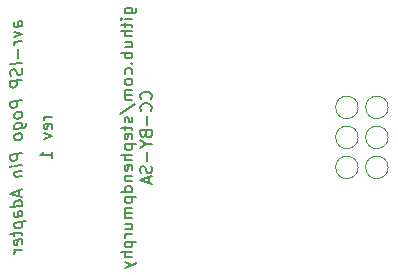
<source format=gbr>
%TF.GenerationSoftware,KiCad,Pcbnew,5.1.6-c6e7f7d~87~ubuntu18.04.1*%
%TF.CreationDate,2020-10-02T11:27:22-04:00*%
%TF.ProjectId,avrisp-pogopin-adapter,61767269-7370-42d7-906f-676f70696e2d,rev?*%
%TF.SameCoordinates,Original*%
%TF.FileFunction,Legend,Bot*%
%TF.FilePolarity,Positive*%
%FSLAX46Y46*%
G04 Gerber Fmt 4.6, Leading zero omitted, Abs format (unit mm)*
G04 Created by KiCad (PCBNEW 5.1.6-c6e7f7d~87~ubuntu18.04.1) date 2020-10-02 11:27:22*
%MOMM*%
%LPD*%
G01*
G04 APERTURE LIST*
%ADD10C,0.150000*%
%ADD11C,0.120000*%
G04 APERTURE END LIST*
D10*
X122372380Y-79541904D02*
X121705714Y-79541904D01*
X121896190Y-79541904D02*
X121800952Y-79589523D01*
X121753333Y-79637142D01*
X121705714Y-79732380D01*
X121705714Y-79827619D01*
X122324761Y-80541904D02*
X122372380Y-80446666D01*
X122372380Y-80256190D01*
X122324761Y-80160952D01*
X122229523Y-80113333D01*
X121848571Y-80113333D01*
X121753333Y-80160952D01*
X121705714Y-80256190D01*
X121705714Y-80446666D01*
X121753333Y-80541904D01*
X121848571Y-80589523D01*
X121943809Y-80589523D01*
X122039047Y-80113333D01*
X121705714Y-80922857D02*
X122372380Y-81160952D01*
X121705714Y-81399047D01*
X122372380Y-83065714D02*
X122372380Y-82494285D01*
X122372380Y-82780000D02*
X121372380Y-82780000D01*
X121515238Y-82684761D01*
X121610476Y-82589523D01*
X121658095Y-82494285D01*
X119832380Y-71870491D02*
X119308571Y-71935967D01*
X119213333Y-71900252D01*
X119165714Y-71810967D01*
X119165714Y-71620491D01*
X119213333Y-71519300D01*
X119784761Y-71876443D02*
X119832380Y-71775252D01*
X119832380Y-71537157D01*
X119784761Y-71447872D01*
X119689523Y-71412157D01*
X119594285Y-71424062D01*
X119499047Y-71483586D01*
X119451428Y-71584776D01*
X119451428Y-71822872D01*
X119403809Y-71924062D01*
X119165714Y-72334776D02*
X119832380Y-72489538D01*
X119165714Y-72810967D01*
X119832380Y-73108586D02*
X119165714Y-73191919D01*
X119356190Y-73168110D02*
X119260952Y-73227633D01*
X119213333Y-73281205D01*
X119165714Y-73382395D01*
X119165714Y-73477633D01*
X119451428Y-73775252D02*
X119451428Y-74537157D01*
X119832380Y-74965729D02*
X118832380Y-75090729D01*
X119784761Y-75400252D02*
X119832380Y-75537157D01*
X119832380Y-75775252D01*
X119784761Y-75876443D01*
X119737142Y-75930014D01*
X119641904Y-75989538D01*
X119546666Y-76001443D01*
X119451428Y-75965729D01*
X119403809Y-75924062D01*
X119356190Y-75834776D01*
X119308571Y-75650252D01*
X119260952Y-75560967D01*
X119213333Y-75519300D01*
X119118095Y-75483586D01*
X119022857Y-75495491D01*
X118927619Y-75555014D01*
X118880000Y-75608586D01*
X118832380Y-75709776D01*
X118832380Y-75947872D01*
X118880000Y-76084776D01*
X119832380Y-76394300D02*
X118832380Y-76519300D01*
X118832380Y-76900252D01*
X118880000Y-76989538D01*
X118927619Y-77031205D01*
X119022857Y-77066919D01*
X119165714Y-77049062D01*
X119260952Y-76989538D01*
X119308571Y-76935967D01*
X119356190Y-76834776D01*
X119356190Y-76453824D01*
X119832380Y-78156205D02*
X118832380Y-78281205D01*
X118832380Y-78662157D01*
X118880000Y-78751443D01*
X118927619Y-78793110D01*
X119022857Y-78828824D01*
X119165714Y-78810967D01*
X119260952Y-78751443D01*
X119308571Y-78697872D01*
X119356190Y-78596681D01*
X119356190Y-78215729D01*
X119832380Y-79299062D02*
X119784761Y-79209776D01*
X119737142Y-79168110D01*
X119641904Y-79132395D01*
X119356190Y-79168110D01*
X119260952Y-79227633D01*
X119213333Y-79281205D01*
X119165714Y-79382395D01*
X119165714Y-79525252D01*
X119213333Y-79614538D01*
X119260952Y-79656205D01*
X119356190Y-79691919D01*
X119641904Y-79656205D01*
X119737142Y-79596681D01*
X119784761Y-79543110D01*
X119832380Y-79441919D01*
X119832380Y-79299062D01*
X119165714Y-80572872D02*
X119975238Y-80471681D01*
X120070476Y-80412157D01*
X120118095Y-80358586D01*
X120165714Y-80257395D01*
X120165714Y-80114538D01*
X120118095Y-80025252D01*
X119784761Y-80495491D02*
X119832380Y-80394300D01*
X119832380Y-80203824D01*
X119784761Y-80114538D01*
X119737142Y-80072872D01*
X119641904Y-80037157D01*
X119356190Y-80072872D01*
X119260952Y-80132395D01*
X119213333Y-80185967D01*
X119165714Y-80287157D01*
X119165714Y-80477633D01*
X119213333Y-80566919D01*
X119832380Y-81108586D02*
X119784761Y-81019300D01*
X119737142Y-80977633D01*
X119641904Y-80941919D01*
X119356190Y-80977633D01*
X119260952Y-81037157D01*
X119213333Y-81090729D01*
X119165714Y-81191919D01*
X119165714Y-81334776D01*
X119213333Y-81424062D01*
X119260952Y-81465729D01*
X119356190Y-81501443D01*
X119641904Y-81465729D01*
X119737142Y-81406205D01*
X119784761Y-81352633D01*
X119832380Y-81251443D01*
X119832380Y-81108586D01*
X119832380Y-82632395D02*
X118832380Y-82757395D01*
X118832380Y-83138348D01*
X118880000Y-83227633D01*
X118927619Y-83269300D01*
X119022857Y-83305014D01*
X119165714Y-83287157D01*
X119260952Y-83227633D01*
X119308571Y-83174062D01*
X119356190Y-83072872D01*
X119356190Y-82691919D01*
X119832380Y-83632395D02*
X119165714Y-83715729D01*
X118832380Y-83757395D02*
X118880000Y-83703824D01*
X118927619Y-83745491D01*
X118880000Y-83799062D01*
X118832380Y-83757395D01*
X118927619Y-83745491D01*
X119165714Y-84191919D02*
X119832380Y-84108586D01*
X119260952Y-84180014D02*
X119213333Y-84233586D01*
X119165714Y-84334776D01*
X119165714Y-84477633D01*
X119213333Y-84566919D01*
X119308571Y-84602633D01*
X119832380Y-84537157D01*
X119546666Y-85763348D02*
X119546666Y-86239538D01*
X119832380Y-85632395D02*
X118832380Y-86090729D01*
X119832380Y-86299062D01*
X119832380Y-87060967D02*
X118832380Y-87185967D01*
X119784761Y-87066919D02*
X119832380Y-86965729D01*
X119832380Y-86775252D01*
X119784761Y-86685967D01*
X119737142Y-86644300D01*
X119641904Y-86608586D01*
X119356190Y-86644300D01*
X119260952Y-86703824D01*
X119213333Y-86757395D01*
X119165714Y-86858586D01*
X119165714Y-87049062D01*
X119213333Y-87138348D01*
X119832380Y-87965729D02*
X119308571Y-88031205D01*
X119213333Y-87995491D01*
X119165714Y-87906205D01*
X119165714Y-87715729D01*
X119213333Y-87614538D01*
X119784761Y-87971681D02*
X119832380Y-87870491D01*
X119832380Y-87632395D01*
X119784761Y-87543110D01*
X119689523Y-87507395D01*
X119594285Y-87519300D01*
X119499047Y-87578824D01*
X119451428Y-87680014D01*
X119451428Y-87918110D01*
X119403809Y-88019300D01*
X119165714Y-88525252D02*
X120165714Y-88400252D01*
X119213333Y-88519300D02*
X119165714Y-88620491D01*
X119165714Y-88810967D01*
X119213333Y-88900252D01*
X119260952Y-88941919D01*
X119356190Y-88977633D01*
X119641904Y-88941919D01*
X119737142Y-88882395D01*
X119784761Y-88828824D01*
X119832380Y-88727633D01*
X119832380Y-88537157D01*
X119784761Y-88447872D01*
X119165714Y-89287157D02*
X119165714Y-89668110D01*
X118832380Y-89471681D02*
X119689523Y-89364538D01*
X119784761Y-89400252D01*
X119832380Y-89489538D01*
X119832380Y-89584776D01*
X119784761Y-90305014D02*
X119832380Y-90203824D01*
X119832380Y-90013348D01*
X119784761Y-89924062D01*
X119689523Y-89888348D01*
X119308571Y-89935967D01*
X119213333Y-89995491D01*
X119165714Y-90096681D01*
X119165714Y-90287157D01*
X119213333Y-90376443D01*
X119308571Y-90412157D01*
X119403809Y-90400252D01*
X119499047Y-89912157D01*
X119832380Y-90775252D02*
X119165714Y-90858586D01*
X119356190Y-90834776D02*
X119260952Y-90894300D01*
X119213333Y-90947872D01*
X119165714Y-91049062D01*
X119165714Y-91144300D01*
X128500714Y-70780000D02*
X129310238Y-70780000D01*
X129405476Y-70732380D01*
X129453095Y-70684761D01*
X129500714Y-70589523D01*
X129500714Y-70446666D01*
X129453095Y-70351428D01*
X129119761Y-70780000D02*
X129167380Y-70684761D01*
X129167380Y-70494285D01*
X129119761Y-70399047D01*
X129072142Y-70351428D01*
X128976904Y-70303809D01*
X128691190Y-70303809D01*
X128595952Y-70351428D01*
X128548333Y-70399047D01*
X128500714Y-70494285D01*
X128500714Y-70684761D01*
X128548333Y-70780000D01*
X129167380Y-71256190D02*
X128500714Y-71256190D01*
X128167380Y-71256190D02*
X128215000Y-71208571D01*
X128262619Y-71256190D01*
X128215000Y-71303809D01*
X128167380Y-71256190D01*
X128262619Y-71256190D01*
X128500714Y-71589523D02*
X128500714Y-71970476D01*
X128167380Y-71732380D02*
X129024523Y-71732380D01*
X129119761Y-71780000D01*
X129167380Y-71875238D01*
X129167380Y-71970476D01*
X129167380Y-72303809D02*
X128167380Y-72303809D01*
X129167380Y-72732380D02*
X128643571Y-72732380D01*
X128548333Y-72684761D01*
X128500714Y-72589523D01*
X128500714Y-72446666D01*
X128548333Y-72351428D01*
X128595952Y-72303809D01*
X128500714Y-73637142D02*
X129167380Y-73637142D01*
X128500714Y-73208571D02*
X129024523Y-73208571D01*
X129119761Y-73256190D01*
X129167380Y-73351428D01*
X129167380Y-73494285D01*
X129119761Y-73589523D01*
X129072142Y-73637142D01*
X129167380Y-74113333D02*
X128167380Y-74113333D01*
X128548333Y-74113333D02*
X128500714Y-74208571D01*
X128500714Y-74399047D01*
X128548333Y-74494285D01*
X128595952Y-74541904D01*
X128691190Y-74589523D01*
X128976904Y-74589523D01*
X129072142Y-74541904D01*
X129119761Y-74494285D01*
X129167380Y-74399047D01*
X129167380Y-74208571D01*
X129119761Y-74113333D01*
X129072142Y-75018095D02*
X129119761Y-75065714D01*
X129167380Y-75018095D01*
X129119761Y-74970476D01*
X129072142Y-75018095D01*
X129167380Y-75018095D01*
X129119761Y-75922857D02*
X129167380Y-75827619D01*
X129167380Y-75637142D01*
X129119761Y-75541904D01*
X129072142Y-75494285D01*
X128976904Y-75446666D01*
X128691190Y-75446666D01*
X128595952Y-75494285D01*
X128548333Y-75541904D01*
X128500714Y-75637142D01*
X128500714Y-75827619D01*
X128548333Y-75922857D01*
X129167380Y-76494285D02*
X129119761Y-76399047D01*
X129072142Y-76351428D01*
X128976904Y-76303809D01*
X128691190Y-76303809D01*
X128595952Y-76351428D01*
X128548333Y-76399047D01*
X128500714Y-76494285D01*
X128500714Y-76637142D01*
X128548333Y-76732380D01*
X128595952Y-76780000D01*
X128691190Y-76827619D01*
X128976904Y-76827619D01*
X129072142Y-76780000D01*
X129119761Y-76732380D01*
X129167380Y-76637142D01*
X129167380Y-76494285D01*
X129167380Y-77256190D02*
X128500714Y-77256190D01*
X128595952Y-77256190D02*
X128548333Y-77303809D01*
X128500714Y-77399047D01*
X128500714Y-77541904D01*
X128548333Y-77637142D01*
X128643571Y-77684761D01*
X129167380Y-77684761D01*
X128643571Y-77684761D02*
X128548333Y-77732380D01*
X128500714Y-77827619D01*
X128500714Y-77970476D01*
X128548333Y-78065714D01*
X128643571Y-78113333D01*
X129167380Y-78113333D01*
X128119761Y-79303809D02*
X129405476Y-78446666D01*
X129119761Y-79589523D02*
X129167380Y-79684761D01*
X129167380Y-79875238D01*
X129119761Y-79970476D01*
X129024523Y-80018095D01*
X128976904Y-80018095D01*
X128881666Y-79970476D01*
X128834047Y-79875238D01*
X128834047Y-79732380D01*
X128786428Y-79637142D01*
X128691190Y-79589523D01*
X128643571Y-79589523D01*
X128548333Y-79637142D01*
X128500714Y-79732380D01*
X128500714Y-79875238D01*
X128548333Y-79970476D01*
X128500714Y-80303809D02*
X128500714Y-80684761D01*
X128167380Y-80446666D02*
X129024523Y-80446666D01*
X129119761Y-80494285D01*
X129167380Y-80589523D01*
X129167380Y-80684761D01*
X129119761Y-81399047D02*
X129167380Y-81303809D01*
X129167380Y-81113333D01*
X129119761Y-81018095D01*
X129024523Y-80970476D01*
X128643571Y-80970476D01*
X128548333Y-81018095D01*
X128500714Y-81113333D01*
X128500714Y-81303809D01*
X128548333Y-81399047D01*
X128643571Y-81446666D01*
X128738809Y-81446666D01*
X128834047Y-80970476D01*
X128500714Y-81875238D02*
X129500714Y-81875238D01*
X128548333Y-81875238D02*
X128500714Y-81970476D01*
X128500714Y-82160952D01*
X128548333Y-82256190D01*
X128595952Y-82303809D01*
X128691190Y-82351428D01*
X128976904Y-82351428D01*
X129072142Y-82303809D01*
X129119761Y-82256190D01*
X129167380Y-82160952D01*
X129167380Y-81970476D01*
X129119761Y-81875238D01*
X129167380Y-82780000D02*
X128167380Y-82780000D01*
X129167380Y-83208571D02*
X128643571Y-83208571D01*
X128548333Y-83160952D01*
X128500714Y-83065714D01*
X128500714Y-82922857D01*
X128548333Y-82827619D01*
X128595952Y-82780000D01*
X129119761Y-84065714D02*
X129167380Y-83970476D01*
X129167380Y-83780000D01*
X129119761Y-83684761D01*
X129024523Y-83637142D01*
X128643571Y-83637142D01*
X128548333Y-83684761D01*
X128500714Y-83780000D01*
X128500714Y-83970476D01*
X128548333Y-84065714D01*
X128643571Y-84113333D01*
X128738809Y-84113333D01*
X128834047Y-83637142D01*
X128500714Y-84541904D02*
X129167380Y-84541904D01*
X128595952Y-84541904D02*
X128548333Y-84589523D01*
X128500714Y-84684761D01*
X128500714Y-84827619D01*
X128548333Y-84922857D01*
X128643571Y-84970476D01*
X129167380Y-84970476D01*
X129167380Y-85875238D02*
X128167380Y-85875238D01*
X129119761Y-85875238D02*
X129167380Y-85780000D01*
X129167380Y-85589523D01*
X129119761Y-85494285D01*
X129072142Y-85446666D01*
X128976904Y-85399047D01*
X128691190Y-85399047D01*
X128595952Y-85446666D01*
X128548333Y-85494285D01*
X128500714Y-85589523D01*
X128500714Y-85780000D01*
X128548333Y-85875238D01*
X128500714Y-86351428D02*
X129500714Y-86351428D01*
X128548333Y-86351428D02*
X128500714Y-86446666D01*
X128500714Y-86637142D01*
X128548333Y-86732380D01*
X128595952Y-86780000D01*
X128691190Y-86827619D01*
X128976904Y-86827619D01*
X129072142Y-86780000D01*
X129119761Y-86732380D01*
X129167380Y-86637142D01*
X129167380Y-86446666D01*
X129119761Y-86351428D01*
X129167380Y-87256190D02*
X128500714Y-87256190D01*
X128595952Y-87256190D02*
X128548333Y-87303809D01*
X128500714Y-87399047D01*
X128500714Y-87541904D01*
X128548333Y-87637142D01*
X128643571Y-87684761D01*
X129167380Y-87684761D01*
X128643571Y-87684761D02*
X128548333Y-87732380D01*
X128500714Y-87827619D01*
X128500714Y-87970476D01*
X128548333Y-88065714D01*
X128643571Y-88113333D01*
X129167380Y-88113333D01*
X128500714Y-89018095D02*
X129167380Y-89018095D01*
X128500714Y-88589523D02*
X129024523Y-88589523D01*
X129119761Y-88637142D01*
X129167380Y-88732380D01*
X129167380Y-88875238D01*
X129119761Y-88970476D01*
X129072142Y-89018095D01*
X129167380Y-89494285D02*
X128500714Y-89494285D01*
X128691190Y-89494285D02*
X128595952Y-89541904D01*
X128548333Y-89589523D01*
X128500714Y-89684761D01*
X128500714Y-89780000D01*
X128500714Y-90113333D02*
X129500714Y-90113333D01*
X128548333Y-90113333D02*
X128500714Y-90208571D01*
X128500714Y-90399047D01*
X128548333Y-90494285D01*
X128595952Y-90541904D01*
X128691190Y-90589523D01*
X128976904Y-90589523D01*
X129072142Y-90541904D01*
X129119761Y-90494285D01*
X129167380Y-90399047D01*
X129167380Y-90208571D01*
X129119761Y-90113333D01*
X129167380Y-91018095D02*
X128167380Y-91018095D01*
X129167380Y-91446666D02*
X128643571Y-91446666D01*
X128548333Y-91399047D01*
X128500714Y-91303809D01*
X128500714Y-91160952D01*
X128548333Y-91065714D01*
X128595952Y-91018095D01*
X128500714Y-91827619D02*
X129167380Y-92065714D01*
X128500714Y-92303809D02*
X129167380Y-92065714D01*
X129405476Y-91970476D01*
X129453095Y-91922857D01*
X129500714Y-91827619D01*
X130722142Y-78018095D02*
X130769761Y-77970476D01*
X130817380Y-77827619D01*
X130817380Y-77732380D01*
X130769761Y-77589523D01*
X130674523Y-77494285D01*
X130579285Y-77446666D01*
X130388809Y-77399047D01*
X130245952Y-77399047D01*
X130055476Y-77446666D01*
X129960238Y-77494285D01*
X129865000Y-77589523D01*
X129817380Y-77732380D01*
X129817380Y-77827619D01*
X129865000Y-77970476D01*
X129912619Y-78018095D01*
X130722142Y-79018095D02*
X130769761Y-78970476D01*
X130817380Y-78827619D01*
X130817380Y-78732380D01*
X130769761Y-78589523D01*
X130674523Y-78494285D01*
X130579285Y-78446666D01*
X130388809Y-78399047D01*
X130245952Y-78399047D01*
X130055476Y-78446666D01*
X129960238Y-78494285D01*
X129865000Y-78589523D01*
X129817380Y-78732380D01*
X129817380Y-78827619D01*
X129865000Y-78970476D01*
X129912619Y-79018095D01*
X130436428Y-79446666D02*
X130436428Y-80208571D01*
X130293571Y-81018095D02*
X130341190Y-81160952D01*
X130388809Y-81208571D01*
X130484047Y-81256190D01*
X130626904Y-81256190D01*
X130722142Y-81208571D01*
X130769761Y-81160952D01*
X130817380Y-81065714D01*
X130817380Y-80684761D01*
X129817380Y-80684761D01*
X129817380Y-81018095D01*
X129865000Y-81113333D01*
X129912619Y-81160952D01*
X130007857Y-81208571D01*
X130103095Y-81208571D01*
X130198333Y-81160952D01*
X130245952Y-81113333D01*
X130293571Y-81018095D01*
X130293571Y-80684761D01*
X130341190Y-81875238D02*
X130817380Y-81875238D01*
X129817380Y-81541904D02*
X130341190Y-81875238D01*
X129817380Y-82208571D01*
X130436428Y-82541904D02*
X130436428Y-83303809D01*
X130769761Y-83732380D02*
X130817380Y-83875238D01*
X130817380Y-84113333D01*
X130769761Y-84208571D01*
X130722142Y-84256190D01*
X130626904Y-84303809D01*
X130531666Y-84303809D01*
X130436428Y-84256190D01*
X130388809Y-84208571D01*
X130341190Y-84113333D01*
X130293571Y-83922857D01*
X130245952Y-83827619D01*
X130198333Y-83780000D01*
X130103095Y-83732380D01*
X130007857Y-83732380D01*
X129912619Y-83780000D01*
X129865000Y-83827619D01*
X129817380Y-83922857D01*
X129817380Y-84160952D01*
X129865000Y-84303809D01*
X130531666Y-84684761D02*
X130531666Y-85160952D01*
X130817380Y-84589523D02*
X129817380Y-84922857D01*
X130817380Y-85256190D01*
D11*
%TO.C,TP6*%
X150810000Y-83820000D02*
G75*
G03*
X150810000Y-83820000I-950000J0D01*
G01*
%TO.C,TP5*%
X148270000Y-83820000D02*
G75*
G03*
X148270000Y-83820000I-950000J0D01*
G01*
%TO.C,TP4*%
X150810000Y-81280000D02*
G75*
G03*
X150810000Y-81280000I-950000J0D01*
G01*
%TO.C,TP3*%
X148270000Y-81280000D02*
G75*
G03*
X148270000Y-81280000I-950000J0D01*
G01*
%TO.C,TP2*%
X150810000Y-78740000D02*
G75*
G03*
X150810000Y-78740000I-950000J0D01*
G01*
%TO.C,TP1*%
X148270000Y-78740000D02*
G75*
G03*
X148270000Y-78740000I-950000J0D01*
G01*
%TD*%
M02*

</source>
